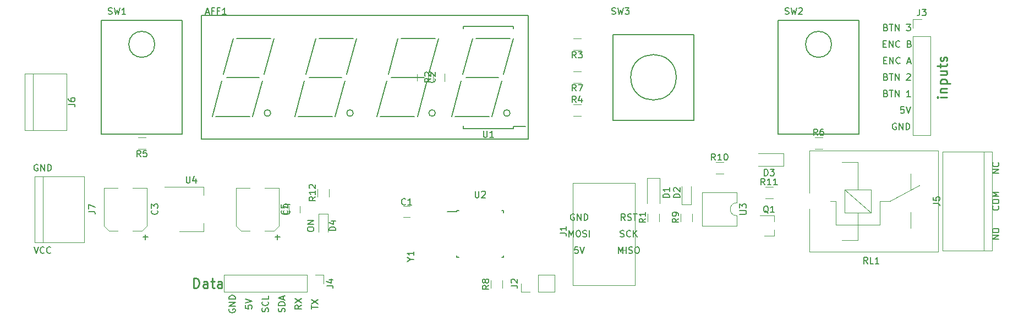
<source format=gbr>
G04 #@! TF.FileFunction,Legend,Top*
%FSLAX46Y46*%
G04 Gerber Fmt 4.6, Leading zero omitted, Abs format (unit mm)*
G04 Created by KiCad (PCBNEW 4.0.6) date Friday 09 June 2017 00:17:03*
%MOMM*%
%LPD*%
G01*
G04 APERTURE LIST*
%ADD10C,0.100000*%
%ADD11C,0.250000*%
%ADD12C,0.200000*%
%ADD13C,0.120000*%
%ADD14C,0.150000*%
G04 APERTURE END LIST*
D10*
D11*
X211498571Y-91971429D02*
X210498571Y-91971429D01*
X209998571Y-91971429D02*
X210070000Y-92042858D01*
X210141429Y-91971429D01*
X210070000Y-91900001D01*
X209998571Y-91971429D01*
X210141429Y-91971429D01*
X210498571Y-91257143D02*
X211498571Y-91257143D01*
X210641429Y-91257143D02*
X210570000Y-91185715D01*
X210498571Y-91042857D01*
X210498571Y-90828572D01*
X210570000Y-90685715D01*
X210712857Y-90614286D01*
X211498571Y-90614286D01*
X210498571Y-89900000D02*
X211998571Y-89900000D01*
X210570000Y-89900000D02*
X210498571Y-89757143D01*
X210498571Y-89471429D01*
X210570000Y-89328572D01*
X210641429Y-89257143D01*
X210784286Y-89185714D01*
X211212857Y-89185714D01*
X211355714Y-89257143D01*
X211427143Y-89328572D01*
X211498571Y-89471429D01*
X211498571Y-89757143D01*
X211427143Y-89900000D01*
X210498571Y-87900000D02*
X211498571Y-87900000D01*
X210498571Y-88542857D02*
X211284286Y-88542857D01*
X211427143Y-88471429D01*
X211498571Y-88328571D01*
X211498571Y-88114286D01*
X211427143Y-87971429D01*
X211355714Y-87900000D01*
X210498571Y-87400000D02*
X210498571Y-86828571D01*
X209998571Y-87185714D02*
X211284286Y-87185714D01*
X211427143Y-87114286D01*
X211498571Y-86971428D01*
X211498571Y-86828571D01*
X211427143Y-86400000D02*
X211498571Y-86257143D01*
X211498571Y-85971428D01*
X211427143Y-85828571D01*
X211284286Y-85757143D01*
X211212857Y-85757143D01*
X211070000Y-85828571D01*
X210998571Y-85971428D01*
X210998571Y-86185714D01*
X210927143Y-86328571D01*
X210784286Y-86400000D01*
X210712857Y-86400000D01*
X210570000Y-86328571D01*
X210498571Y-86185714D01*
X210498571Y-85971428D01*
X210570000Y-85828571D01*
D12*
X113117381Y-112379048D02*
X113117381Y-112188571D01*
X113165000Y-112093333D01*
X113260238Y-111998095D01*
X113450714Y-111950476D01*
X113784048Y-111950476D01*
X113974524Y-111998095D01*
X114069762Y-112093333D01*
X114117381Y-112188571D01*
X114117381Y-112379048D01*
X114069762Y-112474286D01*
X113974524Y-112569524D01*
X113784048Y-112617143D01*
X113450714Y-112617143D01*
X113260238Y-112569524D01*
X113165000Y-112474286D01*
X113117381Y-112379048D01*
X114117381Y-111521905D02*
X113117381Y-111521905D01*
X114117381Y-110950476D01*
X113117381Y-110950476D01*
X219527381Y-103655714D02*
X218527381Y-103655714D01*
X219527381Y-103084285D01*
X218527381Y-103084285D01*
X219432143Y-102036666D02*
X219479762Y-102084285D01*
X219527381Y-102227142D01*
X219527381Y-102322380D01*
X219479762Y-102465238D01*
X219384524Y-102560476D01*
X219289286Y-102608095D01*
X219098810Y-102655714D01*
X218955952Y-102655714D01*
X218765476Y-102608095D01*
X218670238Y-102560476D01*
X218575000Y-102465238D01*
X218527381Y-102322380D01*
X218527381Y-102227142D01*
X218575000Y-102084285D01*
X218622619Y-102036666D01*
X219527381Y-113839524D02*
X218527381Y-113839524D01*
X219527381Y-113268095D01*
X218527381Y-113268095D01*
X218527381Y-112601429D02*
X218527381Y-112410952D01*
X218575000Y-112315714D01*
X218670238Y-112220476D01*
X218860714Y-112172857D01*
X219194048Y-112172857D01*
X219384524Y-112220476D01*
X219479762Y-112315714D01*
X219527381Y-112410952D01*
X219527381Y-112601429D01*
X219479762Y-112696667D01*
X219384524Y-112791905D01*
X219194048Y-112839524D01*
X218860714Y-112839524D01*
X218670238Y-112791905D01*
X218575000Y-112696667D01*
X218527381Y-112601429D01*
X219432143Y-108735714D02*
X219479762Y-108783333D01*
X219527381Y-108926190D01*
X219527381Y-109021428D01*
X219479762Y-109164286D01*
X219384524Y-109259524D01*
X219289286Y-109307143D01*
X219098810Y-109354762D01*
X218955952Y-109354762D01*
X218765476Y-109307143D01*
X218670238Y-109259524D01*
X218575000Y-109164286D01*
X218527381Y-109021428D01*
X218527381Y-108926190D01*
X218575000Y-108783333D01*
X218622619Y-108735714D01*
X218527381Y-108116667D02*
X218527381Y-107926190D01*
X218575000Y-107830952D01*
X218670238Y-107735714D01*
X218860714Y-107688095D01*
X219194048Y-107688095D01*
X219384524Y-107735714D01*
X219479762Y-107830952D01*
X219527381Y-107926190D01*
X219527381Y-108116667D01*
X219479762Y-108211905D01*
X219384524Y-108307143D01*
X219194048Y-108354762D01*
X218860714Y-108354762D01*
X218670238Y-108307143D01*
X218575000Y-108211905D01*
X218527381Y-108116667D01*
X219527381Y-107259524D02*
X218527381Y-107259524D01*
X219241667Y-106926190D01*
X218527381Y-106592857D01*
X219527381Y-106592857D01*
X71056667Y-115022381D02*
X71390000Y-116022381D01*
X71723334Y-115022381D01*
X72628096Y-115927143D02*
X72580477Y-115974762D01*
X72437620Y-116022381D01*
X72342382Y-116022381D01*
X72199524Y-115974762D01*
X72104286Y-115879524D01*
X72056667Y-115784286D01*
X72009048Y-115593810D01*
X72009048Y-115450952D01*
X72056667Y-115260476D01*
X72104286Y-115165238D01*
X72199524Y-115070000D01*
X72342382Y-115022381D01*
X72437620Y-115022381D01*
X72580477Y-115070000D01*
X72628096Y-115117619D01*
X73628096Y-115927143D02*
X73580477Y-115974762D01*
X73437620Y-116022381D01*
X73342382Y-116022381D01*
X73199524Y-115974762D01*
X73104286Y-115879524D01*
X73056667Y-115784286D01*
X73009048Y-115593810D01*
X73009048Y-115450952D01*
X73056667Y-115260476D01*
X73104286Y-115165238D01*
X73199524Y-115070000D01*
X73342382Y-115022381D01*
X73437620Y-115022381D01*
X73580477Y-115070000D01*
X73628096Y-115117619D01*
X71628096Y-102370000D02*
X71532858Y-102322381D01*
X71390001Y-102322381D01*
X71247143Y-102370000D01*
X71151905Y-102465238D01*
X71104286Y-102560476D01*
X71056667Y-102750952D01*
X71056667Y-102893810D01*
X71104286Y-103084286D01*
X71151905Y-103179524D01*
X71247143Y-103274762D01*
X71390001Y-103322381D01*
X71485239Y-103322381D01*
X71628096Y-103274762D01*
X71675715Y-103227143D01*
X71675715Y-102893810D01*
X71485239Y-102893810D01*
X72104286Y-103322381D02*
X72104286Y-102322381D01*
X72675715Y-103322381D01*
X72675715Y-102322381D01*
X73151905Y-103322381D02*
X73151905Y-102322381D01*
X73390000Y-102322381D01*
X73532858Y-102370000D01*
X73628096Y-102465238D01*
X73675715Y-102560476D01*
X73723334Y-102750952D01*
X73723334Y-102893810D01*
X73675715Y-103084286D01*
X73628096Y-103179524D01*
X73532858Y-103274762D01*
X73390000Y-103322381D01*
X73151905Y-103322381D01*
X202144524Y-81208571D02*
X202287381Y-81256190D01*
X202335000Y-81303810D01*
X202382619Y-81399048D01*
X202382619Y-81541905D01*
X202335000Y-81637143D01*
X202287381Y-81684762D01*
X202192143Y-81732381D01*
X201811190Y-81732381D01*
X201811190Y-80732381D01*
X202144524Y-80732381D01*
X202239762Y-80780000D01*
X202287381Y-80827619D01*
X202335000Y-80922857D01*
X202335000Y-81018095D01*
X202287381Y-81113333D01*
X202239762Y-81160952D01*
X202144524Y-81208571D01*
X201811190Y-81208571D01*
X202668333Y-80732381D02*
X203239762Y-80732381D01*
X202954047Y-81732381D02*
X202954047Y-80732381D01*
X203573095Y-81732381D02*
X203573095Y-80732381D01*
X204144524Y-81732381D01*
X204144524Y-80732381D01*
X205287381Y-80732381D02*
X205906429Y-80732381D01*
X205573095Y-81113333D01*
X205715953Y-81113333D01*
X205811191Y-81160952D01*
X205858810Y-81208571D01*
X205906429Y-81303810D01*
X205906429Y-81541905D01*
X205858810Y-81637143D01*
X205811191Y-81684762D01*
X205715953Y-81732381D01*
X205430238Y-81732381D01*
X205335000Y-81684762D01*
X205287381Y-81637143D01*
X201715952Y-83748571D02*
X202049286Y-83748571D01*
X202192143Y-84272381D02*
X201715952Y-84272381D01*
X201715952Y-83272381D01*
X202192143Y-83272381D01*
X202620714Y-84272381D02*
X202620714Y-83272381D01*
X203192143Y-84272381D01*
X203192143Y-83272381D01*
X204239762Y-84177143D02*
X204192143Y-84224762D01*
X204049286Y-84272381D01*
X203954048Y-84272381D01*
X203811190Y-84224762D01*
X203715952Y-84129524D01*
X203668333Y-84034286D01*
X203620714Y-83843810D01*
X203620714Y-83700952D01*
X203668333Y-83510476D01*
X203715952Y-83415238D01*
X203811190Y-83320000D01*
X203954048Y-83272381D01*
X204049286Y-83272381D01*
X204192143Y-83320000D01*
X204239762Y-83367619D01*
X205763572Y-83748571D02*
X205906429Y-83796190D01*
X205954048Y-83843810D01*
X206001667Y-83939048D01*
X206001667Y-84081905D01*
X205954048Y-84177143D01*
X205906429Y-84224762D01*
X205811191Y-84272381D01*
X205430238Y-84272381D01*
X205430238Y-83272381D01*
X205763572Y-83272381D01*
X205858810Y-83320000D01*
X205906429Y-83367619D01*
X205954048Y-83462857D01*
X205954048Y-83558095D01*
X205906429Y-83653333D01*
X205858810Y-83700952D01*
X205763572Y-83748571D01*
X205430238Y-83748571D01*
X201787381Y-86288571D02*
X202120715Y-86288571D01*
X202263572Y-86812381D02*
X201787381Y-86812381D01*
X201787381Y-85812381D01*
X202263572Y-85812381D01*
X202692143Y-86812381D02*
X202692143Y-85812381D01*
X203263572Y-86812381D01*
X203263572Y-85812381D01*
X204311191Y-86717143D02*
X204263572Y-86764762D01*
X204120715Y-86812381D01*
X204025477Y-86812381D01*
X203882619Y-86764762D01*
X203787381Y-86669524D01*
X203739762Y-86574286D01*
X203692143Y-86383810D01*
X203692143Y-86240952D01*
X203739762Y-86050476D01*
X203787381Y-85955238D01*
X203882619Y-85860000D01*
X204025477Y-85812381D01*
X204120715Y-85812381D01*
X204263572Y-85860000D01*
X204311191Y-85907619D01*
X205454048Y-86526667D02*
X205930239Y-86526667D01*
X205358810Y-86812381D02*
X205692143Y-85812381D01*
X206025477Y-86812381D01*
X202144524Y-88828571D02*
X202287381Y-88876190D01*
X202335000Y-88923810D01*
X202382619Y-89019048D01*
X202382619Y-89161905D01*
X202335000Y-89257143D01*
X202287381Y-89304762D01*
X202192143Y-89352381D01*
X201811190Y-89352381D01*
X201811190Y-88352381D01*
X202144524Y-88352381D01*
X202239762Y-88400000D01*
X202287381Y-88447619D01*
X202335000Y-88542857D01*
X202335000Y-88638095D01*
X202287381Y-88733333D01*
X202239762Y-88780952D01*
X202144524Y-88828571D01*
X201811190Y-88828571D01*
X202668333Y-88352381D02*
X203239762Y-88352381D01*
X202954047Y-89352381D02*
X202954047Y-88352381D01*
X203573095Y-89352381D02*
X203573095Y-88352381D01*
X204144524Y-89352381D01*
X204144524Y-88352381D01*
X205335000Y-88447619D02*
X205382619Y-88400000D01*
X205477857Y-88352381D01*
X205715953Y-88352381D01*
X205811191Y-88400000D01*
X205858810Y-88447619D01*
X205906429Y-88542857D01*
X205906429Y-88638095D01*
X205858810Y-88780952D01*
X205287381Y-89352381D01*
X205906429Y-89352381D01*
X202144524Y-91368571D02*
X202287381Y-91416190D01*
X202335000Y-91463810D01*
X202382619Y-91559048D01*
X202382619Y-91701905D01*
X202335000Y-91797143D01*
X202287381Y-91844762D01*
X202192143Y-91892381D01*
X201811190Y-91892381D01*
X201811190Y-90892381D01*
X202144524Y-90892381D01*
X202239762Y-90940000D01*
X202287381Y-90987619D01*
X202335000Y-91082857D01*
X202335000Y-91178095D01*
X202287381Y-91273333D01*
X202239762Y-91320952D01*
X202144524Y-91368571D01*
X201811190Y-91368571D01*
X202668333Y-90892381D02*
X203239762Y-90892381D01*
X202954047Y-91892381D02*
X202954047Y-90892381D01*
X203573095Y-91892381D02*
X203573095Y-90892381D01*
X204144524Y-91892381D01*
X204144524Y-90892381D01*
X205906429Y-91892381D02*
X205335000Y-91892381D01*
X205620714Y-91892381D02*
X205620714Y-90892381D01*
X205525476Y-91035238D01*
X205430238Y-91130476D01*
X205335000Y-91178095D01*
X203708096Y-96020000D02*
X203612858Y-95972381D01*
X203470001Y-95972381D01*
X203327143Y-96020000D01*
X203231905Y-96115238D01*
X203184286Y-96210476D01*
X203136667Y-96400952D01*
X203136667Y-96543810D01*
X203184286Y-96734286D01*
X203231905Y-96829524D01*
X203327143Y-96924762D01*
X203470001Y-96972381D01*
X203565239Y-96972381D01*
X203708096Y-96924762D01*
X203755715Y-96877143D01*
X203755715Y-96543810D01*
X203565239Y-96543810D01*
X204184286Y-96972381D02*
X204184286Y-95972381D01*
X204755715Y-96972381D01*
X204755715Y-95972381D01*
X205231905Y-96972381D02*
X205231905Y-95972381D01*
X205470000Y-95972381D01*
X205612858Y-96020000D01*
X205708096Y-96115238D01*
X205755715Y-96210476D01*
X205803334Y-96400952D01*
X205803334Y-96543810D01*
X205755715Y-96734286D01*
X205708096Y-96829524D01*
X205612858Y-96924762D01*
X205470000Y-96972381D01*
X205231905Y-96972381D01*
X204914524Y-93432381D02*
X204438333Y-93432381D01*
X204390714Y-93908571D01*
X204438333Y-93860952D01*
X204533571Y-93813333D01*
X204771667Y-93813333D01*
X204866905Y-93860952D01*
X204914524Y-93908571D01*
X204962143Y-94003810D01*
X204962143Y-94241905D01*
X204914524Y-94337143D01*
X204866905Y-94384762D01*
X204771667Y-94432381D01*
X204533571Y-94432381D01*
X204438333Y-94384762D01*
X204390714Y-94337143D01*
X205247857Y-93432381D02*
X205581190Y-94432381D01*
X205914524Y-93432381D01*
X154749524Y-115022381D02*
X154273333Y-115022381D01*
X154225714Y-115498571D01*
X154273333Y-115450952D01*
X154368571Y-115403333D01*
X154606667Y-115403333D01*
X154701905Y-115450952D01*
X154749524Y-115498571D01*
X154797143Y-115593810D01*
X154797143Y-115831905D01*
X154749524Y-115927143D01*
X154701905Y-115974762D01*
X154606667Y-116022381D01*
X154368571Y-116022381D01*
X154273333Y-115974762D01*
X154225714Y-115927143D01*
X155082857Y-115022381D02*
X155416190Y-116022381D01*
X155749524Y-115022381D01*
X153368572Y-113482381D02*
X153368572Y-112482381D01*
X153701906Y-113196667D01*
X154035239Y-112482381D01*
X154035239Y-113482381D01*
X154701905Y-112482381D02*
X154892382Y-112482381D01*
X154987620Y-112530000D01*
X155082858Y-112625238D01*
X155130477Y-112815714D01*
X155130477Y-113149048D01*
X155082858Y-113339524D01*
X154987620Y-113434762D01*
X154892382Y-113482381D01*
X154701905Y-113482381D01*
X154606667Y-113434762D01*
X154511429Y-113339524D01*
X154463810Y-113149048D01*
X154463810Y-112815714D01*
X154511429Y-112625238D01*
X154606667Y-112530000D01*
X154701905Y-112482381D01*
X155511429Y-113434762D02*
X155654286Y-113482381D01*
X155892382Y-113482381D01*
X155987620Y-113434762D01*
X156035239Y-113387143D01*
X156082858Y-113291905D01*
X156082858Y-113196667D01*
X156035239Y-113101429D01*
X155987620Y-113053810D01*
X155892382Y-113006190D01*
X155701905Y-112958571D01*
X155606667Y-112910952D01*
X155559048Y-112863333D01*
X155511429Y-112768095D01*
X155511429Y-112672857D01*
X155559048Y-112577619D01*
X155606667Y-112530000D01*
X155701905Y-112482381D01*
X155940001Y-112482381D01*
X156082858Y-112530000D01*
X156511429Y-113482381D02*
X156511429Y-112482381D01*
X154178096Y-109990000D02*
X154082858Y-109942381D01*
X153940001Y-109942381D01*
X153797143Y-109990000D01*
X153701905Y-110085238D01*
X153654286Y-110180476D01*
X153606667Y-110370952D01*
X153606667Y-110513810D01*
X153654286Y-110704286D01*
X153701905Y-110799524D01*
X153797143Y-110894762D01*
X153940001Y-110942381D01*
X154035239Y-110942381D01*
X154178096Y-110894762D01*
X154225715Y-110847143D01*
X154225715Y-110513810D01*
X154035239Y-110513810D01*
X154654286Y-110942381D02*
X154654286Y-109942381D01*
X155225715Y-110942381D01*
X155225715Y-109942381D01*
X155701905Y-110942381D02*
X155701905Y-109942381D01*
X155940000Y-109942381D01*
X156082858Y-109990000D01*
X156178096Y-110085238D01*
X156225715Y-110180476D01*
X156273334Y-110370952D01*
X156273334Y-110513810D01*
X156225715Y-110704286D01*
X156178096Y-110799524D01*
X156082858Y-110894762D01*
X155940000Y-110942381D01*
X155701905Y-110942381D01*
X160988572Y-116022381D02*
X160988572Y-115022381D01*
X161321906Y-115736667D01*
X161655239Y-115022381D01*
X161655239Y-116022381D01*
X162131429Y-116022381D02*
X162131429Y-115022381D01*
X162560000Y-115974762D02*
X162702857Y-116022381D01*
X162940953Y-116022381D01*
X163036191Y-115974762D01*
X163083810Y-115927143D01*
X163131429Y-115831905D01*
X163131429Y-115736667D01*
X163083810Y-115641429D01*
X163036191Y-115593810D01*
X162940953Y-115546190D01*
X162750476Y-115498571D01*
X162655238Y-115450952D01*
X162607619Y-115403333D01*
X162560000Y-115308095D01*
X162560000Y-115212857D01*
X162607619Y-115117619D01*
X162655238Y-115070000D01*
X162750476Y-115022381D01*
X162988572Y-115022381D01*
X163131429Y-115070000D01*
X163750476Y-115022381D02*
X163940953Y-115022381D01*
X164036191Y-115070000D01*
X164131429Y-115165238D01*
X164179048Y-115355714D01*
X164179048Y-115689048D01*
X164131429Y-115879524D01*
X164036191Y-115974762D01*
X163940953Y-116022381D01*
X163750476Y-116022381D01*
X163655238Y-115974762D01*
X163560000Y-115879524D01*
X163512381Y-115689048D01*
X163512381Y-115355714D01*
X163560000Y-115165238D01*
X163655238Y-115070000D01*
X163750476Y-115022381D01*
X161274286Y-113434762D02*
X161417143Y-113482381D01*
X161655239Y-113482381D01*
X161750477Y-113434762D01*
X161798096Y-113387143D01*
X161845715Y-113291905D01*
X161845715Y-113196667D01*
X161798096Y-113101429D01*
X161750477Y-113053810D01*
X161655239Y-113006190D01*
X161464762Y-112958571D01*
X161369524Y-112910952D01*
X161321905Y-112863333D01*
X161274286Y-112768095D01*
X161274286Y-112672857D01*
X161321905Y-112577619D01*
X161369524Y-112530000D01*
X161464762Y-112482381D01*
X161702858Y-112482381D01*
X161845715Y-112530000D01*
X162845715Y-113387143D02*
X162798096Y-113434762D01*
X162655239Y-113482381D01*
X162560001Y-113482381D01*
X162417143Y-113434762D01*
X162321905Y-113339524D01*
X162274286Y-113244286D01*
X162226667Y-113053810D01*
X162226667Y-112910952D01*
X162274286Y-112720476D01*
X162321905Y-112625238D01*
X162417143Y-112530000D01*
X162560001Y-112482381D01*
X162655239Y-112482381D01*
X162798096Y-112530000D01*
X162845715Y-112577619D01*
X163274286Y-113482381D02*
X163274286Y-112482381D01*
X163845715Y-113482381D02*
X163417143Y-112910952D01*
X163845715Y-112482381D02*
X163274286Y-113053810D01*
X162012381Y-110942381D02*
X161679047Y-110466190D01*
X161440952Y-110942381D02*
X161440952Y-109942381D01*
X161821905Y-109942381D01*
X161917143Y-109990000D01*
X161964762Y-110037619D01*
X162012381Y-110132857D01*
X162012381Y-110275714D01*
X161964762Y-110370952D01*
X161917143Y-110418571D01*
X161821905Y-110466190D01*
X161440952Y-110466190D01*
X162393333Y-110894762D02*
X162536190Y-110942381D01*
X162774286Y-110942381D01*
X162869524Y-110894762D01*
X162917143Y-110847143D01*
X162964762Y-110751905D01*
X162964762Y-110656667D01*
X162917143Y-110561429D01*
X162869524Y-110513810D01*
X162774286Y-110466190D01*
X162583809Y-110418571D01*
X162488571Y-110370952D01*
X162440952Y-110323333D01*
X162393333Y-110228095D01*
X162393333Y-110132857D01*
X162440952Y-110037619D01*
X162488571Y-109990000D01*
X162583809Y-109942381D01*
X162821905Y-109942381D01*
X162964762Y-109990000D01*
X163250476Y-109942381D02*
X163821905Y-109942381D01*
X163536190Y-110942381D02*
X163536190Y-109942381D01*
X113752381Y-124586905D02*
X113752381Y-124015476D01*
X114752381Y-124301191D02*
X113752381Y-124301191D01*
X113752381Y-123777381D02*
X114752381Y-123110714D01*
X113752381Y-123110714D02*
X114752381Y-123777381D01*
X112212381Y-123991666D02*
X111736190Y-124325000D01*
X112212381Y-124563095D02*
X111212381Y-124563095D01*
X111212381Y-124182142D01*
X111260000Y-124086904D01*
X111307619Y-124039285D01*
X111402857Y-123991666D01*
X111545714Y-123991666D01*
X111640952Y-124039285D01*
X111688571Y-124086904D01*
X111736190Y-124182142D01*
X111736190Y-124563095D01*
X111212381Y-123658333D02*
X112212381Y-122991666D01*
X111212381Y-122991666D02*
X112212381Y-123658333D01*
X109624762Y-125039286D02*
X109672381Y-124896429D01*
X109672381Y-124658333D01*
X109624762Y-124563095D01*
X109577143Y-124515476D01*
X109481905Y-124467857D01*
X109386667Y-124467857D01*
X109291429Y-124515476D01*
X109243810Y-124563095D01*
X109196190Y-124658333D01*
X109148571Y-124848810D01*
X109100952Y-124944048D01*
X109053333Y-124991667D01*
X108958095Y-125039286D01*
X108862857Y-125039286D01*
X108767619Y-124991667D01*
X108720000Y-124944048D01*
X108672381Y-124848810D01*
X108672381Y-124610714D01*
X108720000Y-124467857D01*
X109672381Y-124039286D02*
X108672381Y-124039286D01*
X108672381Y-123801191D01*
X108720000Y-123658333D01*
X108815238Y-123563095D01*
X108910476Y-123515476D01*
X109100952Y-123467857D01*
X109243810Y-123467857D01*
X109434286Y-123515476D01*
X109529524Y-123563095D01*
X109624762Y-123658333D01*
X109672381Y-123801191D01*
X109672381Y-124039286D01*
X109386667Y-123086905D02*
X109386667Y-122610714D01*
X109672381Y-123182143D02*
X108672381Y-122848810D01*
X109672381Y-122515476D01*
X107084762Y-125015476D02*
X107132381Y-124872619D01*
X107132381Y-124634523D01*
X107084762Y-124539285D01*
X107037143Y-124491666D01*
X106941905Y-124444047D01*
X106846667Y-124444047D01*
X106751429Y-124491666D01*
X106703810Y-124539285D01*
X106656190Y-124634523D01*
X106608571Y-124825000D01*
X106560952Y-124920238D01*
X106513333Y-124967857D01*
X106418095Y-125015476D01*
X106322857Y-125015476D01*
X106227619Y-124967857D01*
X106180000Y-124920238D01*
X106132381Y-124825000D01*
X106132381Y-124586904D01*
X106180000Y-124444047D01*
X107037143Y-123444047D02*
X107084762Y-123491666D01*
X107132381Y-123634523D01*
X107132381Y-123729761D01*
X107084762Y-123872619D01*
X106989524Y-123967857D01*
X106894286Y-124015476D01*
X106703810Y-124063095D01*
X106560952Y-124063095D01*
X106370476Y-124015476D01*
X106275238Y-123967857D01*
X106180000Y-123872619D01*
X106132381Y-123729761D01*
X106132381Y-123634523D01*
X106180000Y-123491666D01*
X106227619Y-123444047D01*
X107132381Y-122539285D02*
X107132381Y-123015476D01*
X106132381Y-123015476D01*
X103592381Y-124015476D02*
X103592381Y-124491667D01*
X104068571Y-124539286D01*
X104020952Y-124491667D01*
X103973333Y-124396429D01*
X103973333Y-124158333D01*
X104020952Y-124063095D01*
X104068571Y-124015476D01*
X104163810Y-123967857D01*
X104401905Y-123967857D01*
X104497143Y-124015476D01*
X104544762Y-124063095D01*
X104592381Y-124158333D01*
X104592381Y-124396429D01*
X104544762Y-124491667D01*
X104497143Y-124539286D01*
X103592381Y-123682143D02*
X104592381Y-123348810D01*
X103592381Y-123015476D01*
X101100000Y-124586904D02*
X101052381Y-124682142D01*
X101052381Y-124824999D01*
X101100000Y-124967857D01*
X101195238Y-125063095D01*
X101290476Y-125110714D01*
X101480952Y-125158333D01*
X101623810Y-125158333D01*
X101814286Y-125110714D01*
X101909524Y-125063095D01*
X102004762Y-124967857D01*
X102052381Y-124824999D01*
X102052381Y-124729761D01*
X102004762Y-124586904D01*
X101957143Y-124539285D01*
X101623810Y-124539285D01*
X101623810Y-124729761D01*
X102052381Y-124110714D02*
X101052381Y-124110714D01*
X102052381Y-123539285D01*
X101052381Y-123539285D01*
X102052381Y-123063095D02*
X101052381Y-123063095D01*
X101052381Y-122825000D01*
X101100000Y-122682142D01*
X101195238Y-122586904D01*
X101290476Y-122539285D01*
X101480952Y-122491666D01*
X101623810Y-122491666D01*
X101814286Y-122539285D01*
X101909524Y-122586904D01*
X102004762Y-122682142D01*
X102052381Y-122825000D01*
X102052381Y-123063095D01*
D13*
X190370000Y-109150000D02*
X190370000Y-115750000D01*
X190370000Y-100150000D02*
X190370000Y-106750000D01*
X190370000Y-100150000D02*
X210170000Y-100150000D01*
X210170000Y-100150000D02*
X210170000Y-115750000D01*
X210170000Y-115750000D02*
X190370000Y-115750000D01*
X205920000Y-112150000D02*
X205920000Y-109700000D01*
X205920000Y-103750000D02*
X205920000Y-106250000D01*
X195320000Y-114000000D02*
X197820000Y-114000000D01*
X194420000Y-108000000D02*
X193620000Y-108000000D01*
X197820000Y-102000000D02*
X195320000Y-102000000D01*
X201220000Y-108000000D02*
X202720000Y-108000000D01*
X202720000Y-108000000D02*
X207320000Y-105500000D01*
X201220000Y-111600000D02*
X194420000Y-111600000D01*
X201220000Y-108000000D02*
X201220000Y-111600000D01*
X194420000Y-108000000D02*
X194420000Y-111600000D01*
X197820000Y-102000000D02*
X197820000Y-106200000D01*
X197820000Y-109800000D02*
X197820000Y-114000000D01*
X199820000Y-109800000D02*
X195820000Y-106200000D01*
X195820000Y-109800000D02*
X195820000Y-106200000D01*
X195820000Y-106200000D02*
X199820000Y-106200000D01*
X199820000Y-106200000D02*
X199820000Y-109800000D01*
X199820000Y-109800000D02*
X195820000Y-109800000D01*
D14*
X147070000Y-98400000D02*
X96770000Y-98400000D01*
X96770000Y-98400000D02*
X96770000Y-79400000D01*
X96770000Y-79400000D02*
X147070000Y-79400000D01*
X147070000Y-79400000D02*
X147070000Y-98400000D01*
X137550000Y-88900000D02*
X142550000Y-88900000D01*
X135800000Y-94900000D02*
X141050000Y-94900000D01*
X143300000Y-88400000D02*
X144800000Y-82900000D01*
X141550000Y-94900000D02*
X143050000Y-89400000D01*
X137050000Y-88400000D02*
X138550000Y-82900000D01*
X135300000Y-94900000D02*
X136800000Y-89400000D01*
X139050000Y-82900000D02*
X144300000Y-82900000D01*
X100720000Y-88900000D02*
X105720000Y-88900000D01*
X98970000Y-94900000D02*
X104220000Y-94900000D01*
X106470000Y-88400000D02*
X107970000Y-82900000D01*
X104720000Y-94900000D02*
X106220000Y-89400000D01*
X100220000Y-88400000D02*
X101720000Y-82900000D01*
X98470000Y-94900000D02*
X99970000Y-89400000D01*
X102220000Y-82900000D02*
X107470000Y-82900000D01*
X114920000Y-82900000D02*
X120170000Y-82900000D01*
X111170000Y-94900000D02*
X112670000Y-89400000D01*
X112920000Y-88400000D02*
X114420000Y-82900000D01*
X117420000Y-94900000D02*
X118920000Y-89400000D01*
X119170000Y-88400000D02*
X120670000Y-82900000D01*
X111670000Y-94900000D02*
X116920000Y-94900000D01*
X113420000Y-88900000D02*
X118420000Y-88900000D01*
X131805000Y-88400000D02*
X133305000Y-82900000D01*
X127555000Y-82900000D02*
X132805000Y-82900000D01*
X125555000Y-88400000D02*
X127055000Y-82900000D01*
X126055000Y-88900000D02*
X131055000Y-88900000D01*
X124305000Y-94900000D02*
X129555000Y-94900000D01*
X123805000Y-94900000D02*
X125305000Y-89400000D01*
X130055000Y-94900000D02*
X131555000Y-89400000D01*
X144300000Y-94400000D02*
G75*
G03X144300000Y-94400000I-500000J0D01*
G01*
X107470000Y-94400000D02*
G75*
G03X107470000Y-94400000I-500000J0D01*
G01*
X132805000Y-94400000D02*
G75*
G03X132805000Y-94400000I-500000J0D01*
G01*
X120170000Y-94400000D02*
G75*
G03X120170000Y-94400000I-500000J0D01*
G01*
D13*
X128881000Y-108751000D02*
X127881000Y-108751000D01*
X127881000Y-110451000D02*
X128881000Y-110451000D01*
X131660000Y-89400000D02*
X131660000Y-88400000D01*
X129960000Y-88400000D02*
X129960000Y-89400000D01*
X153950000Y-120900000D02*
X153950000Y-105160000D01*
X153950000Y-105160000D02*
X163550000Y-105160000D01*
X163550000Y-105160000D02*
X163550000Y-120900000D01*
X163550000Y-120900000D02*
X153950000Y-120900000D01*
X218440000Y-115570000D02*
X210820000Y-115570000D01*
X218440000Y-100330000D02*
X210820000Y-100330000D01*
X217170000Y-115570000D02*
X217170000Y-100330000D01*
X210820000Y-115570000D02*
X210820000Y-100330000D01*
X218440000Y-115570000D02*
X218440000Y-100330000D01*
X72390000Y-114300000D02*
X72390000Y-104140000D01*
X71120000Y-114300000D02*
X78740000Y-114300000D01*
X78740000Y-114300000D02*
X78740000Y-104140000D01*
X78740000Y-104140000D02*
X71120000Y-104140000D01*
X71120000Y-104140000D02*
X71120000Y-114300000D01*
X184910000Y-113340000D02*
X184910000Y-112410000D01*
X184910000Y-110180000D02*
X184910000Y-111110000D01*
X184910000Y-110180000D02*
X182750000Y-110180000D01*
X184910000Y-113340000D02*
X183450000Y-113340000D01*
X167250000Y-109890000D02*
X167250000Y-111090000D01*
X165490000Y-111090000D02*
X165490000Y-109890000D01*
X134230000Y-88300000D02*
X134230000Y-89500000D01*
X132470000Y-89500000D02*
X132470000Y-88300000D01*
X154025000Y-82940000D02*
X155225000Y-82940000D01*
X155225000Y-84700000D02*
X154025000Y-84700000D01*
X154020000Y-88020000D02*
X155220000Y-88020000D01*
X155220000Y-89780000D02*
X154020000Y-89780000D01*
X87030000Y-98180000D02*
X88230000Y-98180000D01*
X88230000Y-99940000D02*
X87030000Y-99940000D01*
X172330000Y-109890000D02*
X172330000Y-111090000D01*
X170570000Y-111090000D02*
X170570000Y-109890000D01*
X177130000Y-103750000D02*
X175930000Y-103750000D01*
X175930000Y-101990000D02*
X177130000Y-101990000D01*
X184750000Y-107560000D02*
X183550000Y-107560000D01*
X183550000Y-105800000D02*
X184750000Y-105800000D01*
D14*
X89630000Y-83820000D02*
G75*
G03X89630000Y-83820000I-2000000J0D01*
G01*
X81430000Y-97650000D02*
X93830000Y-97650000D01*
X81430000Y-80150000D02*
X81430000Y-97650000D01*
X81430000Y-80150000D02*
X93830000Y-80150000D01*
X93830000Y-80150000D02*
X93830000Y-97650000D01*
X144845000Y-96775000D02*
X144845000Y-96500000D01*
X137095000Y-96775000D02*
X137095000Y-96410000D01*
X137095000Y-81025000D02*
X137095000Y-81390000D01*
X144845000Y-81025000D02*
X144845000Y-81390000D01*
X144845000Y-96775000D02*
X137095000Y-96775000D01*
X144845000Y-81025000D02*
X137095000Y-81025000D01*
X144845000Y-96500000D02*
X146670000Y-96500000D01*
D13*
X170750000Y-108480000D02*
X172150000Y-108480000D01*
X172150000Y-108480000D02*
X172150000Y-105680000D01*
X170750000Y-108480000D02*
X170750000Y-105680000D01*
D14*
X136075000Y-109405000D02*
X136075000Y-109630000D01*
X143325000Y-109405000D02*
X143325000Y-109730000D01*
X143325000Y-116655000D02*
X143325000Y-116330000D01*
X136075000Y-116655000D02*
X136075000Y-116330000D01*
X136075000Y-109405000D02*
X136400000Y-109405000D01*
X136075000Y-116655000D02*
X136400000Y-116655000D01*
X143325000Y-116655000D02*
X143000000Y-116655000D01*
X143325000Y-109405000D02*
X143000000Y-109405000D01*
X136075000Y-109630000D02*
X134650000Y-109630000D01*
D13*
X116270000Y-109960000D02*
X114870000Y-109960000D01*
X114870000Y-109960000D02*
X114870000Y-112760000D01*
X116270000Y-109960000D02*
X116270000Y-112760000D01*
X116450000Y-106080000D02*
X116450000Y-107280000D01*
X114690000Y-107280000D02*
X114690000Y-106080000D01*
X179190000Y-108220000D02*
X179190000Y-106650000D01*
X179190000Y-106650000D02*
X173870000Y-106650000D01*
X173870000Y-106650000D02*
X173870000Y-111790000D01*
X173870000Y-111790000D02*
X179190000Y-111790000D01*
X179190000Y-111790000D02*
X179190000Y-110220000D01*
X179190000Y-110220000D02*
G75*
G02X179190000Y-108220000I0J1000000D01*
G01*
X97160000Y-112630000D02*
X97160000Y-111370000D01*
X97160000Y-105810000D02*
X97160000Y-107070000D01*
X93400000Y-112630000D02*
X97160000Y-112630000D01*
X91150000Y-105810000D02*
X97160000Y-105810000D01*
X148590000Y-121980000D02*
X151190000Y-121980000D01*
X151190000Y-121980000D02*
X151190000Y-119320000D01*
X151190000Y-119320000D02*
X148590000Y-119320000D01*
X148590000Y-119320000D02*
X148590000Y-121980000D01*
X147320000Y-121980000D02*
X145990000Y-121980000D01*
X145990000Y-121980000D02*
X145990000Y-120650000D01*
X143120000Y-120174500D02*
X143120000Y-121374500D01*
X141360000Y-121374500D02*
X141360000Y-120174500D01*
X192370000Y-99940000D02*
X191170000Y-99940000D01*
X191170000Y-98180000D02*
X192370000Y-98180000D01*
D14*
X193770000Y-83820000D02*
G75*
G03X193770000Y-83820000I-2000000J0D01*
G01*
X185570000Y-97650000D02*
X197970000Y-97650000D01*
X185570000Y-80150000D02*
X185570000Y-97650000D01*
X185570000Y-80150000D02*
X197970000Y-80150000D01*
X197970000Y-80150000D02*
X197970000Y-97650000D01*
D13*
X113030000Y-119320000D02*
X100270000Y-119320000D01*
X100270000Y-119320000D02*
X100270000Y-121980000D01*
X100270000Y-121980000D02*
X113030000Y-121980000D01*
X113030000Y-121980000D02*
X113030000Y-119320000D01*
X114300000Y-119320000D02*
X115630000Y-119320000D01*
X115630000Y-119320000D02*
X115630000Y-120650000D01*
X88390000Y-105920000D02*
X86210000Y-105920000D01*
X81790000Y-105920000D02*
X83970000Y-105920000D01*
X87630000Y-112520000D02*
X86210000Y-112520000D01*
X82550000Y-112520000D02*
X83970000Y-112520000D01*
X88390000Y-105920000D02*
X88390000Y-111760000D01*
X88390000Y-111760000D02*
X87630000Y-112520000D01*
X82550000Y-112520000D02*
X81790000Y-111760000D01*
X81790000Y-111760000D02*
X81790000Y-105920000D01*
X108710000Y-105920000D02*
X106530000Y-105920000D01*
X102110000Y-105920000D02*
X104290000Y-105920000D01*
X107950000Y-112520000D02*
X106530000Y-112520000D01*
X102870000Y-112520000D02*
X104290000Y-112520000D01*
X108710000Y-105920000D02*
X108710000Y-111760000D01*
X108710000Y-111760000D02*
X107950000Y-112520000D01*
X102870000Y-112520000D02*
X102110000Y-111760000D01*
X102110000Y-111760000D02*
X102110000Y-105920000D01*
X167370000Y-104430000D02*
X165370000Y-104430000D01*
X165370000Y-104430000D02*
X165370000Y-108330000D01*
X167370000Y-104430000D02*
X167370000Y-108330000D01*
X186400000Y-102600000D02*
X186400000Y-100600000D01*
X186400000Y-100600000D02*
X182500000Y-100600000D01*
X186400000Y-102600000D02*
X182500000Y-102600000D01*
X69630000Y-88360000D02*
X69630000Y-97060000D01*
X76040000Y-88360000D02*
X76040000Y-97060000D01*
X76040000Y-97060000D02*
X69630000Y-97060000D01*
X70860000Y-97060000D02*
X70860000Y-88360000D01*
X69630000Y-88360000D02*
X76040000Y-88360000D01*
X155225000Y-94860000D02*
X154025000Y-94860000D01*
X154025000Y-93100000D02*
X155225000Y-93100000D01*
D14*
X172570000Y-95500000D02*
X160170000Y-95500000D01*
X160170000Y-95500000D02*
X160170000Y-82300000D01*
X172570000Y-82300000D02*
X160170000Y-82300000D01*
X172570000Y-95500000D02*
X172570000Y-82300000D01*
X169870000Y-88900000D02*
G75*
G03X169870000Y-88900000I-3500000J0D01*
G01*
D13*
X206315000Y-82550000D02*
X206315000Y-97850000D01*
X206315000Y-97850000D02*
X208975000Y-97850000D01*
X208975000Y-97850000D02*
X208975000Y-82550000D01*
X208975000Y-82550000D02*
X206315000Y-82550000D01*
X206315000Y-81280000D02*
X206315000Y-79950000D01*
X206315000Y-79950000D02*
X207645000Y-79950000D01*
X110275000Y-108720000D02*
X110275000Y-109720000D01*
X111975000Y-109720000D02*
X111975000Y-108720000D01*
D14*
X199298572Y-117602381D02*
X198965238Y-117126190D01*
X198727143Y-117602381D02*
X198727143Y-116602381D01*
X199108096Y-116602381D01*
X199203334Y-116650000D01*
X199250953Y-116697619D01*
X199298572Y-116792857D01*
X199298572Y-116935714D01*
X199250953Y-117030952D01*
X199203334Y-117078571D01*
X199108096Y-117126190D01*
X198727143Y-117126190D01*
X200203334Y-117602381D02*
X199727143Y-117602381D01*
X199727143Y-116602381D01*
X201060477Y-117602381D02*
X200489048Y-117602381D01*
X200774762Y-117602381D02*
X200774762Y-116602381D01*
X200679524Y-116745238D01*
X200584286Y-116840476D01*
X200489048Y-116888095D01*
X97488571Y-78906667D02*
X97964762Y-78906667D01*
X97393333Y-79192381D02*
X97726666Y-78192381D01*
X98060000Y-79192381D01*
X98726667Y-78668571D02*
X98393333Y-78668571D01*
X98393333Y-79192381D02*
X98393333Y-78192381D01*
X98869524Y-78192381D01*
X99583810Y-78668571D02*
X99250476Y-78668571D01*
X99250476Y-79192381D02*
X99250476Y-78192381D01*
X99726667Y-78192381D01*
X100631429Y-79192381D02*
X100060000Y-79192381D01*
X100345714Y-79192381D02*
X100345714Y-78192381D01*
X100250476Y-78335238D01*
X100155238Y-78430476D01*
X100060000Y-78478095D01*
X128214334Y-108458143D02*
X128166715Y-108505762D01*
X128023858Y-108553381D01*
X127928620Y-108553381D01*
X127785762Y-108505762D01*
X127690524Y-108410524D01*
X127642905Y-108315286D01*
X127595286Y-108124810D01*
X127595286Y-107981952D01*
X127642905Y-107791476D01*
X127690524Y-107696238D01*
X127785762Y-107601000D01*
X127928620Y-107553381D01*
X128023858Y-107553381D01*
X128166715Y-107601000D01*
X128214334Y-107648619D01*
X129166715Y-108553381D02*
X128595286Y-108553381D01*
X128881000Y-108553381D02*
X128881000Y-107553381D01*
X128785762Y-107696238D01*
X128690524Y-107791476D01*
X128595286Y-107839095D01*
X132667143Y-89066666D02*
X132714762Y-89114285D01*
X132762381Y-89257142D01*
X132762381Y-89352380D01*
X132714762Y-89495238D01*
X132619524Y-89590476D01*
X132524286Y-89638095D01*
X132333810Y-89685714D01*
X132190952Y-89685714D01*
X132000476Y-89638095D01*
X131905238Y-89590476D01*
X131810000Y-89495238D01*
X131762381Y-89352380D01*
X131762381Y-89257142D01*
X131810000Y-89114285D01*
X131857619Y-89066666D01*
X131857619Y-88685714D02*
X131810000Y-88638095D01*
X131762381Y-88542857D01*
X131762381Y-88304761D01*
X131810000Y-88209523D01*
X131857619Y-88161904D01*
X131952857Y-88114285D01*
X132048095Y-88114285D01*
X132190952Y-88161904D01*
X132762381Y-88733333D01*
X132762381Y-88114285D01*
X151972381Y-112903333D02*
X152686667Y-112903333D01*
X152829524Y-112950953D01*
X152924762Y-113046191D01*
X152972381Y-113189048D01*
X152972381Y-113284286D01*
X152972381Y-111903333D02*
X152972381Y-112474762D01*
X152972381Y-112189048D02*
X151972381Y-112189048D01*
X152115238Y-112284286D01*
X152210476Y-112379524D01*
X152258095Y-112474762D01*
D13*
X162192381Y-115264285D02*
X162192381Y-115835714D01*
X162192381Y-115550000D02*
X161192381Y-115550000D01*
X161335238Y-115645238D01*
X161430476Y-115740476D01*
X161478095Y-115835714D01*
D14*
X209432381Y-108313333D02*
X210146667Y-108313333D01*
X210289524Y-108360953D01*
X210384762Y-108456191D01*
X210432381Y-108599048D01*
X210432381Y-108694286D01*
X209432381Y-107360952D02*
X209432381Y-107837143D01*
X209908571Y-107884762D01*
X209860952Y-107837143D01*
X209813333Y-107741905D01*
X209813333Y-107503809D01*
X209860952Y-107408571D01*
X209908571Y-107360952D01*
X210003810Y-107313333D01*
X210241905Y-107313333D01*
X210337143Y-107360952D01*
X210384762Y-107408571D01*
X210432381Y-107503809D01*
X210432381Y-107741905D01*
X210384762Y-107837143D01*
X210337143Y-107884762D01*
X79462381Y-109553333D02*
X80176667Y-109553333D01*
X80319524Y-109600953D01*
X80414762Y-109696191D01*
X80462381Y-109839048D01*
X80462381Y-109934286D01*
X79462381Y-109172381D02*
X79462381Y-108505714D01*
X80462381Y-108934286D01*
X184054762Y-109807619D02*
X183959524Y-109760000D01*
X183864286Y-109664762D01*
X183721429Y-109521905D01*
X183626190Y-109474286D01*
X183530952Y-109474286D01*
X183578571Y-109712381D02*
X183483333Y-109664762D01*
X183388095Y-109569524D01*
X183340476Y-109379048D01*
X183340476Y-109045714D01*
X183388095Y-108855238D01*
X183483333Y-108760000D01*
X183578571Y-108712381D01*
X183769048Y-108712381D01*
X183864286Y-108760000D01*
X183959524Y-108855238D01*
X184007143Y-109045714D01*
X184007143Y-109379048D01*
X183959524Y-109569524D01*
X183864286Y-109664762D01*
X183769048Y-109712381D01*
X183578571Y-109712381D01*
X184959524Y-109712381D02*
X184388095Y-109712381D01*
X184673809Y-109712381D02*
X184673809Y-108712381D01*
X184578571Y-108855238D01*
X184483333Y-108950476D01*
X184388095Y-108998095D01*
X165172381Y-110656666D02*
X164696190Y-110990000D01*
X165172381Y-111228095D02*
X164172381Y-111228095D01*
X164172381Y-110847142D01*
X164220000Y-110751904D01*
X164267619Y-110704285D01*
X164362857Y-110656666D01*
X164505714Y-110656666D01*
X164600952Y-110704285D01*
X164648571Y-110751904D01*
X164696190Y-110847142D01*
X164696190Y-111228095D01*
X165172381Y-109704285D02*
X165172381Y-110275714D01*
X165172381Y-109990000D02*
X164172381Y-109990000D01*
X164315238Y-110085238D01*
X164410476Y-110180476D01*
X164458095Y-110275714D01*
X132152381Y-89066666D02*
X131676190Y-89400000D01*
X132152381Y-89638095D02*
X131152381Y-89638095D01*
X131152381Y-89257142D01*
X131200000Y-89161904D01*
X131247619Y-89114285D01*
X131342857Y-89066666D01*
X131485714Y-89066666D01*
X131580952Y-89114285D01*
X131628571Y-89161904D01*
X131676190Y-89257142D01*
X131676190Y-89638095D01*
X131247619Y-88685714D02*
X131200000Y-88638095D01*
X131152381Y-88542857D01*
X131152381Y-88304761D01*
X131200000Y-88209523D01*
X131247619Y-88161904D01*
X131342857Y-88114285D01*
X131438095Y-88114285D01*
X131580952Y-88161904D01*
X132152381Y-88733333D01*
X132152381Y-88114285D01*
X154458334Y-85922381D02*
X154125000Y-85446190D01*
X153886905Y-85922381D02*
X153886905Y-84922381D01*
X154267858Y-84922381D01*
X154363096Y-84970000D01*
X154410715Y-85017619D01*
X154458334Y-85112857D01*
X154458334Y-85255714D01*
X154410715Y-85350952D01*
X154363096Y-85398571D01*
X154267858Y-85446190D01*
X153886905Y-85446190D01*
X154791667Y-84922381D02*
X155410715Y-84922381D01*
X155077381Y-85303333D01*
X155220239Y-85303333D01*
X155315477Y-85350952D01*
X155363096Y-85398571D01*
X155410715Y-85493810D01*
X155410715Y-85731905D01*
X155363096Y-85827143D01*
X155315477Y-85874762D01*
X155220239Y-85922381D01*
X154934524Y-85922381D01*
X154839286Y-85874762D01*
X154791667Y-85827143D01*
X154453334Y-91002381D02*
X154120000Y-90526190D01*
X153881905Y-91002381D02*
X153881905Y-90002381D01*
X154262858Y-90002381D01*
X154358096Y-90050000D01*
X154405715Y-90097619D01*
X154453334Y-90192857D01*
X154453334Y-90335714D01*
X154405715Y-90430952D01*
X154358096Y-90478571D01*
X154262858Y-90526190D01*
X153881905Y-90526190D01*
X154786667Y-90002381D02*
X155453334Y-90002381D01*
X155024762Y-91002381D01*
X87463334Y-101162381D02*
X87130000Y-100686190D01*
X86891905Y-101162381D02*
X86891905Y-100162381D01*
X87272858Y-100162381D01*
X87368096Y-100210000D01*
X87415715Y-100257619D01*
X87463334Y-100352857D01*
X87463334Y-100495714D01*
X87415715Y-100590952D01*
X87368096Y-100638571D01*
X87272858Y-100686190D01*
X86891905Y-100686190D01*
X88368096Y-100162381D02*
X87891905Y-100162381D01*
X87844286Y-100638571D01*
X87891905Y-100590952D01*
X87987143Y-100543333D01*
X88225239Y-100543333D01*
X88320477Y-100590952D01*
X88368096Y-100638571D01*
X88415715Y-100733810D01*
X88415715Y-100971905D01*
X88368096Y-101067143D01*
X88320477Y-101114762D01*
X88225239Y-101162381D01*
X87987143Y-101162381D01*
X87891905Y-101114762D01*
X87844286Y-101067143D01*
X170252381Y-110656666D02*
X169776190Y-110990000D01*
X170252381Y-111228095D02*
X169252381Y-111228095D01*
X169252381Y-110847142D01*
X169300000Y-110751904D01*
X169347619Y-110704285D01*
X169442857Y-110656666D01*
X169585714Y-110656666D01*
X169680952Y-110704285D01*
X169728571Y-110751904D01*
X169776190Y-110847142D01*
X169776190Y-111228095D01*
X170252381Y-110180476D02*
X170252381Y-109990000D01*
X170204762Y-109894761D01*
X170157143Y-109847142D01*
X170014286Y-109751904D01*
X169823810Y-109704285D01*
X169442857Y-109704285D01*
X169347619Y-109751904D01*
X169300000Y-109799523D01*
X169252381Y-109894761D01*
X169252381Y-110085238D01*
X169300000Y-110180476D01*
X169347619Y-110228095D01*
X169442857Y-110275714D01*
X169680952Y-110275714D01*
X169776190Y-110228095D01*
X169823810Y-110180476D01*
X169871429Y-110085238D01*
X169871429Y-109894761D01*
X169823810Y-109799523D01*
X169776190Y-109751904D01*
X169680952Y-109704285D01*
X175887143Y-101672381D02*
X175553809Y-101196190D01*
X175315714Y-101672381D02*
X175315714Y-100672381D01*
X175696667Y-100672381D01*
X175791905Y-100720000D01*
X175839524Y-100767619D01*
X175887143Y-100862857D01*
X175887143Y-101005714D01*
X175839524Y-101100952D01*
X175791905Y-101148571D01*
X175696667Y-101196190D01*
X175315714Y-101196190D01*
X176839524Y-101672381D02*
X176268095Y-101672381D01*
X176553809Y-101672381D02*
X176553809Y-100672381D01*
X176458571Y-100815238D01*
X176363333Y-100910476D01*
X176268095Y-100958095D01*
X177458571Y-100672381D02*
X177553810Y-100672381D01*
X177649048Y-100720000D01*
X177696667Y-100767619D01*
X177744286Y-100862857D01*
X177791905Y-101053333D01*
X177791905Y-101291429D01*
X177744286Y-101481905D01*
X177696667Y-101577143D01*
X177649048Y-101624762D01*
X177553810Y-101672381D01*
X177458571Y-101672381D01*
X177363333Y-101624762D01*
X177315714Y-101577143D01*
X177268095Y-101481905D01*
X177220476Y-101291429D01*
X177220476Y-101053333D01*
X177268095Y-100862857D01*
X177315714Y-100767619D01*
X177363333Y-100720000D01*
X177458571Y-100672381D01*
X183507143Y-105482381D02*
X183173809Y-105006190D01*
X182935714Y-105482381D02*
X182935714Y-104482381D01*
X183316667Y-104482381D01*
X183411905Y-104530000D01*
X183459524Y-104577619D01*
X183507143Y-104672857D01*
X183507143Y-104815714D01*
X183459524Y-104910952D01*
X183411905Y-104958571D01*
X183316667Y-105006190D01*
X182935714Y-105006190D01*
X184459524Y-105482381D02*
X183888095Y-105482381D01*
X184173809Y-105482381D02*
X184173809Y-104482381D01*
X184078571Y-104625238D01*
X183983333Y-104720476D01*
X183888095Y-104768095D01*
X185411905Y-105482381D02*
X184840476Y-105482381D01*
X185126190Y-105482381D02*
X185126190Y-104482381D01*
X185030952Y-104625238D01*
X184935714Y-104720476D01*
X184840476Y-104768095D01*
X82486667Y-79144762D02*
X82629524Y-79192381D01*
X82867620Y-79192381D01*
X82962858Y-79144762D01*
X83010477Y-79097143D01*
X83058096Y-79001905D01*
X83058096Y-78906667D01*
X83010477Y-78811429D01*
X82962858Y-78763810D01*
X82867620Y-78716190D01*
X82677143Y-78668571D01*
X82581905Y-78620952D01*
X82534286Y-78573333D01*
X82486667Y-78478095D01*
X82486667Y-78382857D01*
X82534286Y-78287619D01*
X82581905Y-78240000D01*
X82677143Y-78192381D01*
X82915239Y-78192381D01*
X83058096Y-78240000D01*
X83391429Y-78192381D02*
X83629524Y-79192381D01*
X83820001Y-78478095D01*
X84010477Y-79192381D01*
X84248572Y-78192381D01*
X85153334Y-79192381D02*
X84581905Y-79192381D01*
X84867619Y-79192381D02*
X84867619Y-78192381D01*
X84772381Y-78335238D01*
X84677143Y-78430476D01*
X84581905Y-78478095D01*
X140208095Y-97152381D02*
X140208095Y-97961905D01*
X140255714Y-98057143D01*
X140303333Y-98104762D01*
X140398571Y-98152381D01*
X140589048Y-98152381D01*
X140684286Y-98104762D01*
X140731905Y-98057143D01*
X140779524Y-97961905D01*
X140779524Y-97152381D01*
X141779524Y-98152381D02*
X141208095Y-98152381D01*
X141493809Y-98152381D02*
X141493809Y-97152381D01*
X141398571Y-97295238D01*
X141303333Y-97390476D01*
X141208095Y-97438095D01*
X170452381Y-107418095D02*
X169452381Y-107418095D01*
X169452381Y-107180000D01*
X169500000Y-107037142D01*
X169595238Y-106941904D01*
X169690476Y-106894285D01*
X169880952Y-106846666D01*
X170023810Y-106846666D01*
X170214286Y-106894285D01*
X170309524Y-106941904D01*
X170404762Y-107037142D01*
X170452381Y-107180000D01*
X170452381Y-107418095D01*
X169547619Y-106465714D02*
X169500000Y-106418095D01*
X169452381Y-106322857D01*
X169452381Y-106084761D01*
X169500000Y-105989523D01*
X169547619Y-105941904D01*
X169642857Y-105894285D01*
X169738095Y-105894285D01*
X169880952Y-105941904D01*
X170452381Y-106513333D01*
X170452381Y-105894285D01*
X138938095Y-106432381D02*
X138938095Y-107241905D01*
X138985714Y-107337143D01*
X139033333Y-107384762D01*
X139128571Y-107432381D01*
X139319048Y-107432381D01*
X139414286Y-107384762D01*
X139461905Y-107337143D01*
X139509524Y-107241905D01*
X139509524Y-106432381D01*
X139938095Y-106527619D02*
X139985714Y-106480000D01*
X140080952Y-106432381D01*
X140319048Y-106432381D01*
X140414286Y-106480000D01*
X140461905Y-106527619D01*
X140509524Y-106622857D01*
X140509524Y-106718095D01*
X140461905Y-106860952D01*
X139890476Y-107432381D01*
X140509524Y-107432381D01*
X117472381Y-112498095D02*
X116472381Y-112498095D01*
X116472381Y-112260000D01*
X116520000Y-112117142D01*
X116615238Y-112021904D01*
X116710476Y-111974285D01*
X116900952Y-111926666D01*
X117043810Y-111926666D01*
X117234286Y-111974285D01*
X117329524Y-112021904D01*
X117424762Y-112117142D01*
X117472381Y-112260000D01*
X117472381Y-112498095D01*
X116805714Y-111069523D02*
X117472381Y-111069523D01*
X116424762Y-111307619D02*
X117139048Y-111545714D01*
X117139048Y-110926666D01*
X114372381Y-107322857D02*
X113896190Y-107656191D01*
X114372381Y-107894286D02*
X113372381Y-107894286D01*
X113372381Y-107513333D01*
X113420000Y-107418095D01*
X113467619Y-107370476D01*
X113562857Y-107322857D01*
X113705714Y-107322857D01*
X113800952Y-107370476D01*
X113848571Y-107418095D01*
X113896190Y-107513333D01*
X113896190Y-107894286D01*
X114372381Y-106370476D02*
X114372381Y-106941905D01*
X114372381Y-106656191D02*
X113372381Y-106656191D01*
X113515238Y-106751429D01*
X113610476Y-106846667D01*
X113658095Y-106941905D01*
X113467619Y-105989524D02*
X113420000Y-105941905D01*
X113372381Y-105846667D01*
X113372381Y-105608571D01*
X113420000Y-105513333D01*
X113467619Y-105465714D01*
X113562857Y-105418095D01*
X113658095Y-105418095D01*
X113800952Y-105465714D01*
X114372381Y-106037143D01*
X114372381Y-105418095D01*
X179642381Y-109981905D02*
X180451905Y-109981905D01*
X180547143Y-109934286D01*
X180594762Y-109886667D01*
X180642381Y-109791429D01*
X180642381Y-109600952D01*
X180594762Y-109505714D01*
X180547143Y-109458095D01*
X180451905Y-109410476D01*
X179642381Y-109410476D01*
X179642381Y-109029524D02*
X179642381Y-108410476D01*
X180023333Y-108743810D01*
X180023333Y-108600952D01*
X180070952Y-108505714D01*
X180118571Y-108458095D01*
X180213810Y-108410476D01*
X180451905Y-108410476D01*
X180547143Y-108458095D01*
X180594762Y-108505714D01*
X180642381Y-108600952D01*
X180642381Y-108886667D01*
X180594762Y-108981905D01*
X180547143Y-109029524D01*
X94488095Y-104172381D02*
X94488095Y-104981905D01*
X94535714Y-105077143D01*
X94583333Y-105124762D01*
X94678571Y-105172381D01*
X94869048Y-105172381D01*
X94964286Y-105124762D01*
X95011905Y-105077143D01*
X95059524Y-104981905D01*
X95059524Y-104172381D01*
X95964286Y-104505714D02*
X95964286Y-105172381D01*
X95726190Y-104124762D02*
X95488095Y-104839048D01*
X96107143Y-104839048D01*
X144442381Y-120983333D02*
X145156667Y-120983333D01*
X145299524Y-121030953D01*
X145394762Y-121126191D01*
X145442381Y-121269048D01*
X145442381Y-121364286D01*
X144537619Y-120554762D02*
X144490000Y-120507143D01*
X144442381Y-120411905D01*
X144442381Y-120173809D01*
X144490000Y-120078571D01*
X144537619Y-120030952D01*
X144632857Y-119983333D01*
X144728095Y-119983333D01*
X144870952Y-120030952D01*
X145442381Y-120602381D01*
X145442381Y-119983333D01*
X141042381Y-120941166D02*
X140566190Y-121274500D01*
X141042381Y-121512595D02*
X140042381Y-121512595D01*
X140042381Y-121131642D01*
X140090000Y-121036404D01*
X140137619Y-120988785D01*
X140232857Y-120941166D01*
X140375714Y-120941166D01*
X140470952Y-120988785D01*
X140518571Y-121036404D01*
X140566190Y-121131642D01*
X140566190Y-121512595D01*
X140470952Y-120369738D02*
X140423333Y-120464976D01*
X140375714Y-120512595D01*
X140280476Y-120560214D01*
X140232857Y-120560214D01*
X140137619Y-120512595D01*
X140090000Y-120464976D01*
X140042381Y-120369738D01*
X140042381Y-120179261D01*
X140090000Y-120084023D01*
X140137619Y-120036404D01*
X140232857Y-119988785D01*
X140280476Y-119988785D01*
X140375714Y-120036404D01*
X140423333Y-120084023D01*
X140470952Y-120179261D01*
X140470952Y-120369738D01*
X140518571Y-120464976D01*
X140566190Y-120512595D01*
X140661429Y-120560214D01*
X140851905Y-120560214D01*
X140947143Y-120512595D01*
X140994762Y-120464976D01*
X141042381Y-120369738D01*
X141042381Y-120179261D01*
X140994762Y-120084023D01*
X140947143Y-120036404D01*
X140851905Y-119988785D01*
X140661429Y-119988785D01*
X140566190Y-120036404D01*
X140518571Y-120084023D01*
X140470952Y-120179261D01*
X191603334Y-97862381D02*
X191270000Y-97386190D01*
X191031905Y-97862381D02*
X191031905Y-96862381D01*
X191412858Y-96862381D01*
X191508096Y-96910000D01*
X191555715Y-96957619D01*
X191603334Y-97052857D01*
X191603334Y-97195714D01*
X191555715Y-97290952D01*
X191508096Y-97338571D01*
X191412858Y-97386190D01*
X191031905Y-97386190D01*
X192460477Y-96862381D02*
X192270000Y-96862381D01*
X192174762Y-96910000D01*
X192127143Y-96957619D01*
X192031905Y-97100476D01*
X191984286Y-97290952D01*
X191984286Y-97671905D01*
X192031905Y-97767143D01*
X192079524Y-97814762D01*
X192174762Y-97862381D01*
X192365239Y-97862381D01*
X192460477Y-97814762D01*
X192508096Y-97767143D01*
X192555715Y-97671905D01*
X192555715Y-97433810D01*
X192508096Y-97338571D01*
X192460477Y-97290952D01*
X192365239Y-97243333D01*
X192174762Y-97243333D01*
X192079524Y-97290952D01*
X192031905Y-97338571D01*
X191984286Y-97433810D01*
X186626667Y-79144762D02*
X186769524Y-79192381D01*
X187007620Y-79192381D01*
X187102858Y-79144762D01*
X187150477Y-79097143D01*
X187198096Y-79001905D01*
X187198096Y-78906667D01*
X187150477Y-78811429D01*
X187102858Y-78763810D01*
X187007620Y-78716190D01*
X186817143Y-78668571D01*
X186721905Y-78620952D01*
X186674286Y-78573333D01*
X186626667Y-78478095D01*
X186626667Y-78382857D01*
X186674286Y-78287619D01*
X186721905Y-78240000D01*
X186817143Y-78192381D01*
X187055239Y-78192381D01*
X187198096Y-78240000D01*
X187531429Y-78192381D02*
X187769524Y-79192381D01*
X187960001Y-78478095D01*
X188150477Y-79192381D01*
X188388572Y-78192381D01*
X188721905Y-78287619D02*
X188769524Y-78240000D01*
X188864762Y-78192381D01*
X189102858Y-78192381D01*
X189198096Y-78240000D01*
X189245715Y-78287619D01*
X189293334Y-78382857D01*
X189293334Y-78478095D01*
X189245715Y-78620952D01*
X188674286Y-79192381D01*
X189293334Y-79192381D01*
X116082381Y-120983333D02*
X116796667Y-120983333D01*
X116939524Y-121030953D01*
X117034762Y-121126191D01*
X117082381Y-121269048D01*
X117082381Y-121364286D01*
X116415714Y-120078571D02*
X117082381Y-120078571D01*
X116034762Y-120316667D02*
X116749048Y-120554762D01*
X116749048Y-119935714D01*
D11*
X95611429Y-121328571D02*
X95611429Y-119828571D01*
X95968572Y-119828571D01*
X96182857Y-119900000D01*
X96325715Y-120042857D01*
X96397143Y-120185714D01*
X96468572Y-120471429D01*
X96468572Y-120685714D01*
X96397143Y-120971429D01*
X96325715Y-121114286D01*
X96182857Y-121257143D01*
X95968572Y-121328571D01*
X95611429Y-121328571D01*
X97754286Y-121328571D02*
X97754286Y-120542857D01*
X97682857Y-120400000D01*
X97540000Y-120328571D01*
X97254286Y-120328571D01*
X97111429Y-120400000D01*
X97754286Y-121257143D02*
X97611429Y-121328571D01*
X97254286Y-121328571D01*
X97111429Y-121257143D01*
X97040000Y-121114286D01*
X97040000Y-120971429D01*
X97111429Y-120828571D01*
X97254286Y-120757143D01*
X97611429Y-120757143D01*
X97754286Y-120685714D01*
X98254286Y-120328571D02*
X98825715Y-120328571D01*
X98468572Y-119828571D02*
X98468572Y-121114286D01*
X98540000Y-121257143D01*
X98682858Y-121328571D01*
X98825715Y-121328571D01*
X99968572Y-121328571D02*
X99968572Y-120542857D01*
X99897143Y-120400000D01*
X99754286Y-120328571D01*
X99468572Y-120328571D01*
X99325715Y-120400000D01*
X99968572Y-121257143D02*
X99825715Y-121328571D01*
X99468572Y-121328571D01*
X99325715Y-121257143D01*
X99254286Y-121114286D01*
X99254286Y-120971429D01*
X99325715Y-120828571D01*
X99468572Y-120757143D01*
X99825715Y-120757143D01*
X99968572Y-120685714D01*
D14*
X90007143Y-109386666D02*
X90054762Y-109434285D01*
X90102381Y-109577142D01*
X90102381Y-109672380D01*
X90054762Y-109815238D01*
X89959524Y-109910476D01*
X89864286Y-109958095D01*
X89673810Y-110005714D01*
X89530952Y-110005714D01*
X89340476Y-109958095D01*
X89245238Y-109910476D01*
X89150000Y-109815238D01*
X89102381Y-109672380D01*
X89102381Y-109577142D01*
X89150000Y-109434285D01*
X89197619Y-109386666D01*
X89102381Y-109053333D02*
X89102381Y-108434285D01*
X89483333Y-108767619D01*
X89483333Y-108624761D01*
X89530952Y-108529523D01*
X89578571Y-108481904D01*
X89673810Y-108434285D01*
X89911905Y-108434285D01*
X90007143Y-108481904D01*
X90054762Y-108529523D01*
X90102381Y-108624761D01*
X90102381Y-108910476D01*
X90054762Y-109005714D01*
X90007143Y-109053333D01*
X88171429Y-113880952D02*
X88171429Y-113119047D01*
X88552381Y-113499999D02*
X87790476Y-113499999D01*
X110327143Y-109386666D02*
X110374762Y-109434285D01*
X110422381Y-109577142D01*
X110422381Y-109672380D01*
X110374762Y-109815238D01*
X110279524Y-109910476D01*
X110184286Y-109958095D01*
X109993810Y-110005714D01*
X109850952Y-110005714D01*
X109660476Y-109958095D01*
X109565238Y-109910476D01*
X109470000Y-109815238D01*
X109422381Y-109672380D01*
X109422381Y-109577142D01*
X109470000Y-109434285D01*
X109517619Y-109386666D01*
X109755714Y-108529523D02*
X110422381Y-108529523D01*
X109374762Y-108767619D02*
X110089048Y-109005714D01*
X110089048Y-108386666D01*
X108491429Y-113880952D02*
X108491429Y-113119047D01*
X108872381Y-113499999D02*
X108110476Y-113499999D01*
X168822381Y-107418095D02*
X167822381Y-107418095D01*
X167822381Y-107180000D01*
X167870000Y-107037142D01*
X167965238Y-106941904D01*
X168060476Y-106894285D01*
X168250952Y-106846666D01*
X168393810Y-106846666D01*
X168584286Y-106894285D01*
X168679524Y-106941904D01*
X168774762Y-107037142D01*
X168822381Y-107180000D01*
X168822381Y-107418095D01*
X168822381Y-105894285D02*
X168822381Y-106465714D01*
X168822381Y-106180000D02*
X167822381Y-106180000D01*
X167965238Y-106275238D01*
X168060476Y-106370476D01*
X168108095Y-106465714D01*
X183411905Y-104052381D02*
X183411905Y-103052381D01*
X183650000Y-103052381D01*
X183792858Y-103100000D01*
X183888096Y-103195238D01*
X183935715Y-103290476D01*
X183983334Y-103480952D01*
X183983334Y-103623810D01*
X183935715Y-103814286D01*
X183888096Y-103909524D01*
X183792858Y-104004762D01*
X183650000Y-104052381D01*
X183411905Y-104052381D01*
X184316667Y-103052381D02*
X184935715Y-103052381D01*
X184602381Y-103433333D01*
X184745239Y-103433333D01*
X184840477Y-103480952D01*
X184888096Y-103528571D01*
X184935715Y-103623810D01*
X184935715Y-103861905D01*
X184888096Y-103957143D01*
X184840477Y-104004762D01*
X184745239Y-104052381D01*
X184459524Y-104052381D01*
X184364286Y-104004762D01*
X184316667Y-103957143D01*
X76352381Y-93043333D02*
X77066667Y-93043333D01*
X77209524Y-93090953D01*
X77304762Y-93186191D01*
X77352381Y-93329048D01*
X77352381Y-93424286D01*
X76352381Y-92138571D02*
X76352381Y-92329048D01*
X76400000Y-92424286D01*
X76447619Y-92471905D01*
X76590476Y-92567143D01*
X76780952Y-92614762D01*
X77161905Y-92614762D01*
X77257143Y-92567143D01*
X77304762Y-92519524D01*
X77352381Y-92424286D01*
X77352381Y-92233809D01*
X77304762Y-92138571D01*
X77257143Y-92090952D01*
X77161905Y-92043333D01*
X76923810Y-92043333D01*
X76828571Y-92090952D01*
X76780952Y-92138571D01*
X76733333Y-92233809D01*
X76733333Y-92424286D01*
X76780952Y-92519524D01*
X76828571Y-92567143D01*
X76923810Y-92614762D01*
X154458334Y-92782381D02*
X154125000Y-92306190D01*
X153886905Y-92782381D02*
X153886905Y-91782381D01*
X154267858Y-91782381D01*
X154363096Y-91830000D01*
X154410715Y-91877619D01*
X154458334Y-91972857D01*
X154458334Y-92115714D01*
X154410715Y-92210952D01*
X154363096Y-92258571D01*
X154267858Y-92306190D01*
X153886905Y-92306190D01*
X155315477Y-92115714D02*
X155315477Y-92782381D01*
X155077381Y-91734762D02*
X154839286Y-92449048D01*
X155458334Y-92449048D01*
X159956667Y-79144762D02*
X160099524Y-79192381D01*
X160337620Y-79192381D01*
X160432858Y-79144762D01*
X160480477Y-79097143D01*
X160528096Y-79001905D01*
X160528096Y-78906667D01*
X160480477Y-78811429D01*
X160432858Y-78763810D01*
X160337620Y-78716190D01*
X160147143Y-78668571D01*
X160051905Y-78620952D01*
X160004286Y-78573333D01*
X159956667Y-78478095D01*
X159956667Y-78382857D01*
X160004286Y-78287619D01*
X160051905Y-78240000D01*
X160147143Y-78192381D01*
X160385239Y-78192381D01*
X160528096Y-78240000D01*
X160861429Y-78192381D02*
X161099524Y-79192381D01*
X161290001Y-78478095D01*
X161480477Y-79192381D01*
X161718572Y-78192381D01*
X162004286Y-78192381D02*
X162623334Y-78192381D01*
X162290000Y-78573333D01*
X162432858Y-78573333D01*
X162528096Y-78620952D01*
X162575715Y-78668571D01*
X162623334Y-78763810D01*
X162623334Y-79001905D01*
X162575715Y-79097143D01*
X162528096Y-79144762D01*
X162432858Y-79192381D01*
X162147143Y-79192381D01*
X162051905Y-79144762D01*
X162004286Y-79097143D01*
X207311667Y-78402381D02*
X207311667Y-79116667D01*
X207264047Y-79259524D01*
X207168809Y-79354762D01*
X207025952Y-79402381D01*
X206930714Y-79402381D01*
X207692619Y-78402381D02*
X208311667Y-78402381D01*
X207978333Y-78783333D01*
X208121191Y-78783333D01*
X208216429Y-78830952D01*
X208264048Y-78878571D01*
X208311667Y-78973810D01*
X208311667Y-79211905D01*
X208264048Y-79307143D01*
X208216429Y-79354762D01*
X208121191Y-79402381D01*
X207835476Y-79402381D01*
X207740238Y-79354762D01*
X207692619Y-79307143D01*
X109982143Y-109386666D02*
X110029762Y-109434285D01*
X110077381Y-109577142D01*
X110077381Y-109672380D01*
X110029762Y-109815238D01*
X109934524Y-109910476D01*
X109839286Y-109958095D01*
X109648810Y-110005714D01*
X109505952Y-110005714D01*
X109315476Y-109958095D01*
X109220238Y-109910476D01*
X109125000Y-109815238D01*
X109077381Y-109672380D01*
X109077381Y-109577142D01*
X109125000Y-109434285D01*
X109172619Y-109386666D01*
X109077381Y-108481904D02*
X109077381Y-108958095D01*
X109553571Y-109005714D01*
X109505952Y-108958095D01*
X109458333Y-108862857D01*
X109458333Y-108624761D01*
X109505952Y-108529523D01*
X109553571Y-108481904D01*
X109648810Y-108434285D01*
X109886905Y-108434285D01*
X109982143Y-108481904D01*
X110029762Y-108529523D01*
X110077381Y-108624761D01*
X110077381Y-108862857D01*
X110029762Y-108958095D01*
X109982143Y-109005714D01*
X129008190Y-116935191D02*
X129484381Y-116935191D01*
X128484381Y-117268524D02*
X129008190Y-116935191D01*
X128484381Y-116601857D01*
X129484381Y-115744714D02*
X129484381Y-116316143D01*
X129484381Y-116030429D02*
X128484381Y-116030429D01*
X128627238Y-116125667D01*
X128722476Y-116220905D01*
X128770095Y-116316143D01*
M02*

</source>
